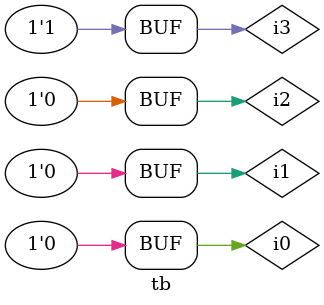
<source format=sv>
module tb();
  wire y0,y1;
  reg i0,i1,i2,i3;
  
  enc_4x2 enc_4x2_inst(.y0(y0),.y1(y1),.i0(i0),.i1(i1),.i2(i2),.i3(i3));
  initial 
   begin
     $monitor("t=%0t, i0=%b, i1=%b, i2=%b, i3=%b, y1=%b, y0=%b",$time,i0,i1,i2,i3,y1,y0);
     #5 i0=1; i1=0; i2=0; i3=0; 
     #5 i0=0; i1=1; i2=0; i3=0; 
     #5 i0=0; i1=0; i2=1; i3=0; 
     #5 i0=0; i1=0; i2=0; i3=1;
   end
  
  initial 
    begin
      $dumpfile("dump.vcd");
      $dumpvars(1);
    end
 
  
endmodule


</source>
